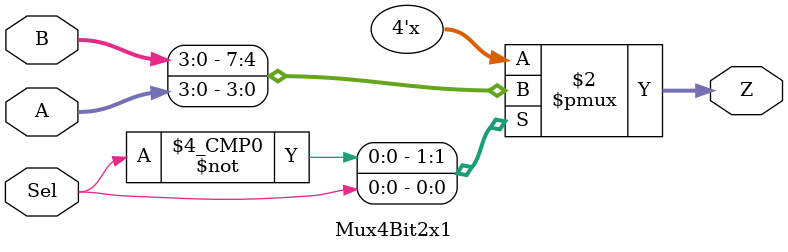
<source format=v>
`timescale 1ns / 1ps
module Mux4Bit2x1(input[3:0] A,B,input Sel,output[3:0] Z);
reg[3:0]Z;
always@(A | B | Sel)
	case(Sel)
	0:Z=B;
	1:Z=A;
	endcase
endmodule

</source>
